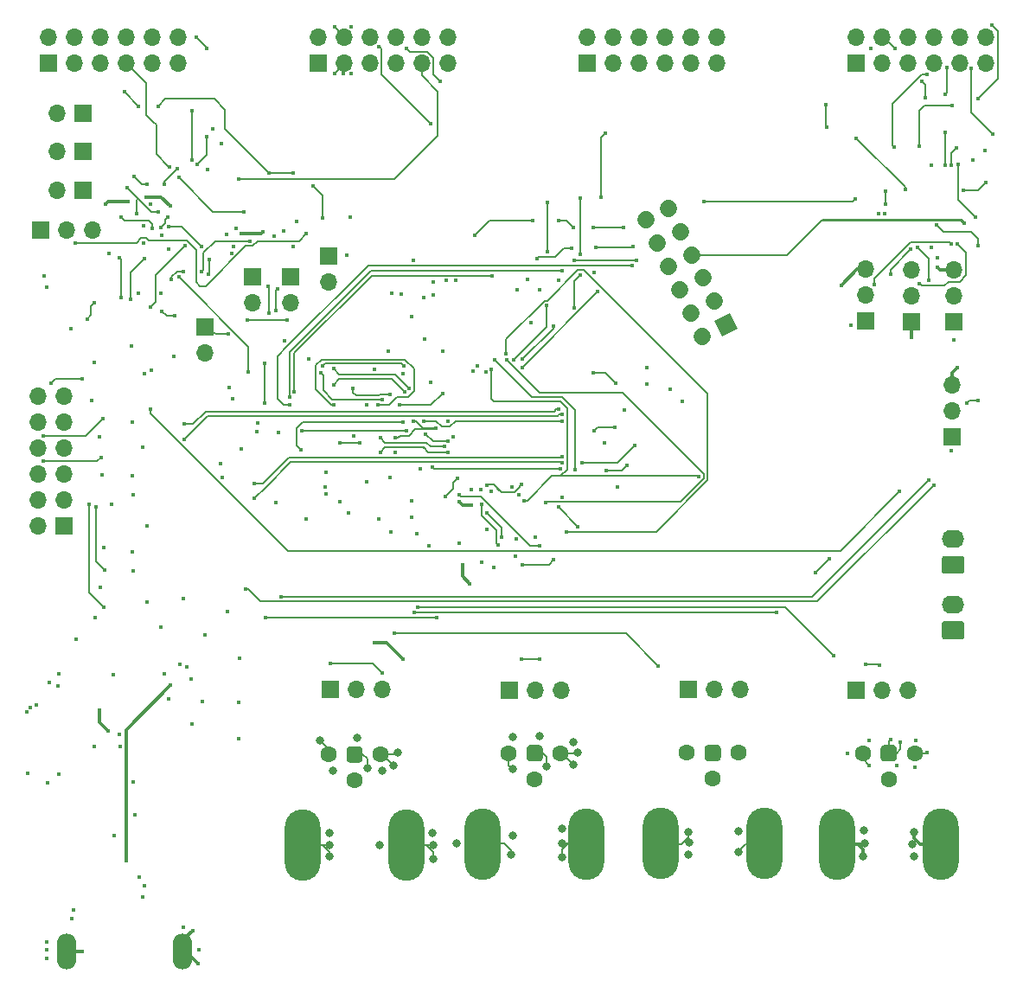
<source format=gbr>
G04 #@! TF.GenerationSoftware,KiCad,Pcbnew,5.1.5+dfsg1-2build2*
G04 #@! TF.CreationDate,2021-11-07T20:55:21-03:00*
G04 #@! TF.ProjectId,board_test,626f6172-645f-4746-9573-742e6b696361,rev?*
G04 #@! TF.SameCoordinates,Original*
G04 #@! TF.FileFunction,Copper,L4,Bot*
G04 #@! TF.FilePolarity,Positive*
%FSLAX46Y46*%
G04 Gerber Fmt 4.6, Leading zero omitted, Abs format (unit mm)*
G04 Created by KiCad (PCBNEW 5.1.5+dfsg1-2build2) date 2021-11-07 20:55:21*
%MOMM*%
%LPD*%
G04 APERTURE LIST*
%ADD10O,1.700000X1.700000*%
%ADD11R,1.700000X1.700000*%
%ADD12C,1.600000*%
%ADD13C,0.100000*%
%ADD14O,3.500000X7.000000*%
%ADD15C,1.700000*%
%ADD16O,1.900000X3.500000*%
%ADD17O,2.200000X1.740000*%
%ADD18C,0.400000*%
%ADD19C,0.800000*%
%ADD20C,0.200000*%
%ADD21C,0.300000*%
%ADD22C,0.250000*%
G04 APERTURE END LIST*
D10*
X200160000Y-21090000D03*
X200160000Y-23630000D03*
X197620000Y-21090000D03*
X197620000Y-23630000D03*
X195080000Y-21090000D03*
X195080000Y-23630000D03*
X192540000Y-21090000D03*
X192540000Y-23630000D03*
X190000000Y-21090000D03*
X190000000Y-23630000D03*
X187460000Y-21090000D03*
D11*
X187460000Y-23630000D03*
D12*
X240810000Y-91150000D03*
X243350000Y-93690000D03*
X245890000Y-91150000D03*
G04 #@! TA.AperFunction,ComponentPad*
D13*
G36*
X243789207Y-90351926D02*
G01*
X243828036Y-90357686D01*
X243866114Y-90367224D01*
X243903073Y-90380448D01*
X243938559Y-90397231D01*
X243972228Y-90417412D01*
X244003757Y-90440796D01*
X244032843Y-90467157D01*
X244059204Y-90496243D01*
X244082588Y-90527772D01*
X244102769Y-90561441D01*
X244119552Y-90596927D01*
X244132776Y-90633886D01*
X244142314Y-90671964D01*
X244148074Y-90710793D01*
X244150000Y-90750000D01*
X244150000Y-91550000D01*
X244148074Y-91589207D01*
X244142314Y-91628036D01*
X244132776Y-91666114D01*
X244119552Y-91703073D01*
X244102769Y-91738559D01*
X244082588Y-91772228D01*
X244059204Y-91803757D01*
X244032843Y-91832843D01*
X244003757Y-91859204D01*
X243972228Y-91882588D01*
X243938559Y-91902769D01*
X243903073Y-91919552D01*
X243866114Y-91932776D01*
X243828036Y-91942314D01*
X243789207Y-91948074D01*
X243750000Y-91950000D01*
X242950000Y-91950000D01*
X242910793Y-91948074D01*
X242871964Y-91942314D01*
X242833886Y-91932776D01*
X242796927Y-91919552D01*
X242761441Y-91902769D01*
X242727772Y-91882588D01*
X242696243Y-91859204D01*
X242667157Y-91832843D01*
X242640796Y-91803757D01*
X242617412Y-91772228D01*
X242597231Y-91738559D01*
X242580448Y-91703073D01*
X242567224Y-91666114D01*
X242557686Y-91628036D01*
X242551926Y-91589207D01*
X242550000Y-91550000D01*
X242550000Y-90750000D01*
X242551926Y-90710793D01*
X242557686Y-90671964D01*
X242567224Y-90633886D01*
X242580448Y-90596927D01*
X242597231Y-90561441D01*
X242617412Y-90527772D01*
X242640796Y-90496243D01*
X242667157Y-90467157D01*
X242696243Y-90440796D01*
X242727772Y-90417412D01*
X242761441Y-90397231D01*
X242796927Y-90380448D01*
X242833886Y-90367224D01*
X242871964Y-90357686D01*
X242910793Y-90351926D01*
X242950000Y-90350000D01*
X243750000Y-90350000D01*
X243789207Y-90351926D01*
G37*
G04 #@! TD.AperFunction*
D14*
X238270000Y-100040000D03*
X248430000Y-100040000D03*
D12*
X223570000Y-91140000D03*
X226110000Y-93680000D03*
X228650000Y-91140000D03*
G04 #@! TA.AperFunction,ComponentPad*
D13*
G36*
X226549207Y-90341926D02*
G01*
X226588036Y-90347686D01*
X226626114Y-90357224D01*
X226663073Y-90370448D01*
X226698559Y-90387231D01*
X226732228Y-90407412D01*
X226763757Y-90430796D01*
X226792843Y-90457157D01*
X226819204Y-90486243D01*
X226842588Y-90517772D01*
X226862769Y-90551441D01*
X226879552Y-90586927D01*
X226892776Y-90623886D01*
X226902314Y-90661964D01*
X226908074Y-90700793D01*
X226910000Y-90740000D01*
X226910000Y-91540000D01*
X226908074Y-91579207D01*
X226902314Y-91618036D01*
X226892776Y-91656114D01*
X226879552Y-91693073D01*
X226862769Y-91728559D01*
X226842588Y-91762228D01*
X226819204Y-91793757D01*
X226792843Y-91822843D01*
X226763757Y-91849204D01*
X226732228Y-91872588D01*
X226698559Y-91892769D01*
X226663073Y-91909552D01*
X226626114Y-91922776D01*
X226588036Y-91932314D01*
X226549207Y-91938074D01*
X226510000Y-91940000D01*
X225710000Y-91940000D01*
X225670793Y-91938074D01*
X225631964Y-91932314D01*
X225593886Y-91922776D01*
X225556927Y-91909552D01*
X225521441Y-91892769D01*
X225487772Y-91872588D01*
X225456243Y-91849204D01*
X225427157Y-91822843D01*
X225400796Y-91793757D01*
X225377412Y-91762228D01*
X225357231Y-91728559D01*
X225340448Y-91693073D01*
X225327224Y-91656114D01*
X225317686Y-91618036D01*
X225311926Y-91579207D01*
X225310000Y-91540000D01*
X225310000Y-90740000D01*
X225311926Y-90700793D01*
X225317686Y-90661964D01*
X225327224Y-90623886D01*
X225340448Y-90586927D01*
X225357231Y-90551441D01*
X225377412Y-90517772D01*
X225400796Y-90486243D01*
X225427157Y-90457157D01*
X225456243Y-90430796D01*
X225487772Y-90407412D01*
X225521441Y-90387231D01*
X225556927Y-90370448D01*
X225593886Y-90357224D01*
X225631964Y-90347686D01*
X225670793Y-90341926D01*
X225710000Y-90340000D01*
X226510000Y-90340000D01*
X226549207Y-90341926D01*
G37*
G04 #@! TD.AperFunction*
D14*
X221030000Y-100030000D03*
X231190000Y-100030000D03*
D15*
X219540000Y-38920000D02*
X219540000Y-38920000D01*
X221822936Y-37806538D02*
X221822936Y-37806538D01*
X220653462Y-41202937D02*
X220653462Y-41202937D01*
X222936399Y-40089474D02*
X222936399Y-40089474D01*
X221766925Y-43485874D02*
X221766925Y-43485874D01*
X224049862Y-42372411D02*
X224049862Y-42372411D01*
X222880388Y-45768811D02*
X222880388Y-45768811D01*
X225163325Y-44655348D02*
X225163325Y-44655348D01*
X223993850Y-48051748D02*
X223993850Y-48051748D01*
X226276787Y-46938285D02*
X226276787Y-46938285D01*
X225107313Y-50334685D02*
X225107313Y-50334685D01*
G04 #@! TA.AperFunction,ComponentPad*
D13*
G36*
X227781609Y-48084632D02*
G01*
X228526840Y-49612581D01*
X226998891Y-50357812D01*
X226253660Y-48829863D01*
X227781609Y-48084632D01*
G37*
G04 #@! TD.AperFunction*
D10*
X245570000Y-43840000D03*
X245570000Y-46380000D03*
D11*
X245570000Y-48920000D03*
X162560000Y-68950000D03*
D10*
X160020000Y-68950000D03*
X162560000Y-66410000D03*
X160020000Y-66410000D03*
X162560000Y-63870000D03*
X160020000Y-63870000D03*
X162560000Y-61330000D03*
X160020000Y-61330000D03*
X162560000Y-58790000D03*
X160020000Y-58790000D03*
X162560000Y-56250000D03*
X160020000Y-56250000D03*
X211310000Y-85000000D03*
X208770000Y-85000000D03*
D11*
X206230000Y-85000000D03*
D10*
X193740000Y-84940000D03*
X191200000Y-84940000D03*
D11*
X188660000Y-84940000D03*
D10*
X228810000Y-84950000D03*
X226270000Y-84950000D03*
D11*
X223730000Y-84950000D03*
D10*
X245270000Y-85030000D03*
X242730000Y-85030000D03*
D11*
X240190000Y-85030000D03*
D10*
X241070000Y-43810000D03*
X241070000Y-46350000D03*
D11*
X241070000Y-48890000D03*
D10*
X165390000Y-39940000D03*
X162850000Y-39940000D03*
D11*
X160310000Y-39940000D03*
D10*
X188490000Y-45060000D03*
D11*
X188490000Y-42520000D03*
D10*
X184790000Y-47050000D03*
D11*
X184790000Y-44510000D03*
D10*
X176380000Y-51980000D03*
D11*
X176380000Y-49440000D03*
D10*
X181060000Y-47030000D03*
D11*
X181060000Y-44490000D03*
D10*
X161890000Y-32240000D03*
D11*
X164430000Y-32240000D03*
D10*
X161910000Y-28560000D03*
D11*
X164450000Y-28560000D03*
D10*
X161880000Y-36030000D03*
D11*
X164420000Y-36030000D03*
D10*
X249570000Y-55090000D03*
X249570000Y-57630000D03*
D11*
X249570000Y-60170000D03*
D10*
X249760000Y-43850000D03*
X249760000Y-46390000D03*
D11*
X249760000Y-48930000D03*
D12*
X206150000Y-91150000D03*
X208690000Y-93690000D03*
X211230000Y-91150000D03*
G04 #@! TA.AperFunction,ComponentPad*
D13*
G36*
X209129207Y-90351926D02*
G01*
X209168036Y-90357686D01*
X209206114Y-90367224D01*
X209243073Y-90380448D01*
X209278559Y-90397231D01*
X209312228Y-90417412D01*
X209343757Y-90440796D01*
X209372843Y-90467157D01*
X209399204Y-90496243D01*
X209422588Y-90527772D01*
X209442769Y-90561441D01*
X209459552Y-90596927D01*
X209472776Y-90633886D01*
X209482314Y-90671964D01*
X209488074Y-90710793D01*
X209490000Y-90750000D01*
X209490000Y-91550000D01*
X209488074Y-91589207D01*
X209482314Y-91628036D01*
X209472776Y-91666114D01*
X209459552Y-91703073D01*
X209442769Y-91738559D01*
X209422588Y-91772228D01*
X209399204Y-91803757D01*
X209372843Y-91832843D01*
X209343757Y-91859204D01*
X209312228Y-91882588D01*
X209278559Y-91902769D01*
X209243073Y-91919552D01*
X209206114Y-91932776D01*
X209168036Y-91942314D01*
X209129207Y-91948074D01*
X209090000Y-91950000D01*
X208290000Y-91950000D01*
X208250793Y-91948074D01*
X208211964Y-91942314D01*
X208173886Y-91932776D01*
X208136927Y-91919552D01*
X208101441Y-91902769D01*
X208067772Y-91882588D01*
X208036243Y-91859204D01*
X208007157Y-91832843D01*
X207980796Y-91803757D01*
X207957412Y-91772228D01*
X207937231Y-91738559D01*
X207920448Y-91703073D01*
X207907224Y-91666114D01*
X207897686Y-91628036D01*
X207891926Y-91589207D01*
X207890000Y-91550000D01*
X207890000Y-90750000D01*
X207891926Y-90710793D01*
X207897686Y-90671964D01*
X207907224Y-90633886D01*
X207920448Y-90596927D01*
X207937231Y-90561441D01*
X207957412Y-90527772D01*
X207980796Y-90496243D01*
X208007157Y-90467157D01*
X208036243Y-90440796D01*
X208067772Y-90417412D01*
X208101441Y-90397231D01*
X208136927Y-90380448D01*
X208173886Y-90367224D01*
X208211964Y-90357686D01*
X208250793Y-90351926D01*
X208290000Y-90350000D01*
X209090000Y-90350000D01*
X209129207Y-90351926D01*
G37*
G04 #@! TD.AperFunction*
D14*
X203610000Y-100040000D03*
X213770000Y-100040000D03*
D12*
X188510000Y-91280000D03*
X191050000Y-93820000D03*
X193590000Y-91280000D03*
G04 #@! TA.AperFunction,ComponentPad*
D13*
G36*
X191489207Y-90481926D02*
G01*
X191528036Y-90487686D01*
X191566114Y-90497224D01*
X191603073Y-90510448D01*
X191638559Y-90527231D01*
X191672228Y-90547412D01*
X191703757Y-90570796D01*
X191732843Y-90597157D01*
X191759204Y-90626243D01*
X191782588Y-90657772D01*
X191802769Y-90691441D01*
X191819552Y-90726927D01*
X191832776Y-90763886D01*
X191842314Y-90801964D01*
X191848074Y-90840793D01*
X191850000Y-90880000D01*
X191850000Y-91680000D01*
X191848074Y-91719207D01*
X191842314Y-91758036D01*
X191832776Y-91796114D01*
X191819552Y-91833073D01*
X191802769Y-91868559D01*
X191782588Y-91902228D01*
X191759204Y-91933757D01*
X191732843Y-91962843D01*
X191703757Y-91989204D01*
X191672228Y-92012588D01*
X191638559Y-92032769D01*
X191603073Y-92049552D01*
X191566114Y-92062776D01*
X191528036Y-92072314D01*
X191489207Y-92078074D01*
X191450000Y-92080000D01*
X190650000Y-92080000D01*
X190610793Y-92078074D01*
X190571964Y-92072314D01*
X190533886Y-92062776D01*
X190496927Y-92049552D01*
X190461441Y-92032769D01*
X190427772Y-92012588D01*
X190396243Y-91989204D01*
X190367157Y-91962843D01*
X190340796Y-91933757D01*
X190317412Y-91902228D01*
X190297231Y-91868559D01*
X190280448Y-91833073D01*
X190267224Y-91796114D01*
X190257686Y-91758036D01*
X190251926Y-91719207D01*
X190250000Y-91680000D01*
X190250000Y-90880000D01*
X190251926Y-90840793D01*
X190257686Y-90801964D01*
X190267224Y-90763886D01*
X190280448Y-90726927D01*
X190297231Y-90691441D01*
X190317412Y-90657772D01*
X190340796Y-90626243D01*
X190367157Y-90597157D01*
X190396243Y-90570796D01*
X190427772Y-90547412D01*
X190461441Y-90527231D01*
X190496927Y-90510448D01*
X190533886Y-90497224D01*
X190571964Y-90487686D01*
X190610793Y-90481926D01*
X190650000Y-90480000D01*
X191450000Y-90480000D01*
X191489207Y-90481926D01*
G37*
G04 #@! TD.AperFunction*
D14*
X185970000Y-100170000D03*
X196130000Y-100170000D03*
D10*
X173810000Y-21100000D03*
X173810000Y-23640000D03*
X171270000Y-21100000D03*
X171270000Y-23640000D03*
X168730000Y-21100000D03*
X168730000Y-23640000D03*
X166190000Y-21100000D03*
X166190000Y-23640000D03*
X163650000Y-21100000D03*
X163650000Y-23640000D03*
X161110000Y-21100000D03*
D11*
X161110000Y-23640000D03*
D10*
X226530000Y-21090000D03*
X226530000Y-23630000D03*
X223990000Y-21090000D03*
X223990000Y-23630000D03*
X221450000Y-21090000D03*
X221450000Y-23630000D03*
X218910000Y-21090000D03*
X218910000Y-23630000D03*
X216370000Y-21090000D03*
X216370000Y-23630000D03*
X213830000Y-21090000D03*
D11*
X213830000Y-23630000D03*
D10*
X252890000Y-21080000D03*
X252890000Y-23620000D03*
X250350000Y-21080000D03*
X250350000Y-23620000D03*
X247810000Y-21080000D03*
X247810000Y-23620000D03*
X245270000Y-21080000D03*
X245270000Y-23620000D03*
X242730000Y-21080000D03*
X242730000Y-23620000D03*
X240190000Y-21080000D03*
D11*
X240190000Y-23620000D03*
D16*
X174230000Y-110570000D03*
X162830000Y-110570000D03*
G04 #@! TA.AperFunction,ComponentPad*
D13*
G36*
X250524505Y-78261204D02*
G01*
X250548773Y-78264804D01*
X250572572Y-78270765D01*
X250595671Y-78279030D01*
X250617850Y-78289520D01*
X250638893Y-78302132D01*
X250658599Y-78316747D01*
X250676777Y-78333223D01*
X250693253Y-78351401D01*
X250707868Y-78371107D01*
X250720480Y-78392150D01*
X250730970Y-78414329D01*
X250739235Y-78437428D01*
X250745196Y-78461227D01*
X250748796Y-78485495D01*
X250750000Y-78509999D01*
X250750000Y-79750001D01*
X250748796Y-79774505D01*
X250745196Y-79798773D01*
X250739235Y-79822572D01*
X250730970Y-79845671D01*
X250720480Y-79867850D01*
X250707868Y-79888893D01*
X250693253Y-79908599D01*
X250676777Y-79926777D01*
X250658599Y-79943253D01*
X250638893Y-79957868D01*
X250617850Y-79970480D01*
X250595671Y-79980970D01*
X250572572Y-79989235D01*
X250548773Y-79995196D01*
X250524505Y-79998796D01*
X250500001Y-80000000D01*
X248799999Y-80000000D01*
X248775495Y-79998796D01*
X248751227Y-79995196D01*
X248727428Y-79989235D01*
X248704329Y-79980970D01*
X248682150Y-79970480D01*
X248661107Y-79957868D01*
X248641401Y-79943253D01*
X248623223Y-79926777D01*
X248606747Y-79908599D01*
X248592132Y-79888893D01*
X248579520Y-79867850D01*
X248569030Y-79845671D01*
X248560765Y-79822572D01*
X248554804Y-79798773D01*
X248551204Y-79774505D01*
X248550000Y-79750001D01*
X248550000Y-78509999D01*
X248551204Y-78485495D01*
X248554804Y-78461227D01*
X248560765Y-78437428D01*
X248569030Y-78414329D01*
X248579520Y-78392150D01*
X248592132Y-78371107D01*
X248606747Y-78351401D01*
X248623223Y-78333223D01*
X248641401Y-78316747D01*
X248661107Y-78302132D01*
X248682150Y-78289520D01*
X248704329Y-78279030D01*
X248727428Y-78270765D01*
X248751227Y-78264804D01*
X248775495Y-78261204D01*
X248799999Y-78260000D01*
X250500001Y-78260000D01*
X250524505Y-78261204D01*
G37*
G04 #@! TD.AperFunction*
D17*
X249650000Y-76590000D03*
X249650000Y-70190000D03*
G04 #@! TA.AperFunction,ComponentPad*
D13*
G36*
X250524505Y-71861204D02*
G01*
X250548773Y-71864804D01*
X250572572Y-71870765D01*
X250595671Y-71879030D01*
X250617850Y-71889520D01*
X250638893Y-71902132D01*
X250658599Y-71916747D01*
X250676777Y-71933223D01*
X250693253Y-71951401D01*
X250707868Y-71971107D01*
X250720480Y-71992150D01*
X250730970Y-72014329D01*
X250739235Y-72037428D01*
X250745196Y-72061227D01*
X250748796Y-72085495D01*
X250750000Y-72109999D01*
X250750000Y-73350001D01*
X250748796Y-73374505D01*
X250745196Y-73398773D01*
X250739235Y-73422572D01*
X250730970Y-73445671D01*
X250720480Y-73467850D01*
X250707868Y-73488893D01*
X250693253Y-73508599D01*
X250676777Y-73526777D01*
X250658599Y-73543253D01*
X250638893Y-73557868D01*
X250617850Y-73570480D01*
X250595671Y-73580970D01*
X250572572Y-73589235D01*
X250548773Y-73595196D01*
X250524505Y-73598796D01*
X250500001Y-73600000D01*
X248799999Y-73600000D01*
X248775495Y-73598796D01*
X248751227Y-73595196D01*
X248727428Y-73589235D01*
X248704329Y-73580970D01*
X248682150Y-73570480D01*
X248661107Y-73557868D01*
X248641401Y-73543253D01*
X248623223Y-73526777D01*
X248606747Y-73508599D01*
X248592132Y-73488893D01*
X248579520Y-73467850D01*
X248569030Y-73445671D01*
X248560765Y-73422572D01*
X248554804Y-73398773D01*
X248551204Y-73374505D01*
X248550000Y-73350001D01*
X248550000Y-72109999D01*
X248551204Y-72085495D01*
X248554804Y-72061227D01*
X248560765Y-72037428D01*
X248569030Y-72014329D01*
X248579520Y-71992150D01*
X248592132Y-71971107D01*
X248606747Y-71951401D01*
X248623223Y-71933223D01*
X248641401Y-71916747D01*
X248661107Y-71902132D01*
X248682150Y-71889520D01*
X248704329Y-71879030D01*
X248727428Y-71870765D01*
X248751227Y-71864804D01*
X248775495Y-71861204D01*
X248799999Y-71860000D01*
X250500001Y-71860000D01*
X250524505Y-71861204D01*
G37*
G04 #@! TD.AperFunction*
D18*
X197270000Y-76860000D03*
X237980000Y-81610000D03*
X241090000Y-82420000D03*
X242410000Y-82550000D03*
X164340000Y-54550000D03*
X161360000Y-54910000D03*
X194923092Y-79433092D03*
X220760000Y-82620000D03*
X160560000Y-60130000D03*
X166420000Y-58430000D03*
X160580000Y-62580000D03*
X166200000Y-62230000D03*
X193740000Y-83290000D03*
X188650000Y-82410000D03*
X182300000Y-77890000D03*
X199070000Y-77860000D03*
X207400000Y-81920000D03*
X209133600Y-81950000D03*
X165730000Y-67090000D03*
X166570000Y-73250000D03*
X165040000Y-66780000D03*
X166490000Y-76850000D03*
X211036446Y-67086446D03*
X212920000Y-68970000D03*
X202440000Y-65350000D03*
X202350000Y-74590000D03*
X201623092Y-72733092D03*
X202440000Y-66920000D03*
X201260000Y-66510000D03*
X168670000Y-101700000D03*
X173050000Y-84530000D03*
X189600000Y-60800000D03*
X191580000Y-60805000D03*
X183330000Y-66595000D03*
X179960000Y-61375000D03*
X190910000Y-55495000D03*
X194500000Y-56020000D03*
X179080000Y-56450000D03*
X172880000Y-85880000D03*
X180839540Y-41021279D03*
X176052291Y-44055010D03*
X174260000Y-43990000D03*
X173120000Y-44790000D03*
X187900000Y-38740000D03*
X182699998Y-34390000D03*
X169880000Y-27820000D03*
X171830000Y-27810000D03*
X168500000Y-26410000D03*
X185020000Y-34390000D03*
X186970000Y-35650000D03*
X180660000Y-53875000D03*
X173824936Y-44554106D03*
X168190000Y-38690000D03*
X171250000Y-39820000D03*
X172100000Y-39690000D03*
X172800000Y-38650000D03*
X168742696Y-35772696D03*
X171820000Y-38150000D03*
X169730000Y-38324999D03*
X165600000Y-47080000D03*
X164850000Y-48670000D03*
X168160000Y-46530000D03*
X168040000Y-42630000D03*
X174420000Y-41520000D03*
X171080000Y-47500000D03*
X173410000Y-48340000D03*
X172200000Y-47880000D03*
X169110000Y-46700000D03*
X170505000Y-42750000D03*
X205950000Y-52640000D03*
X209750000Y-66630000D03*
X205427501Y-70000000D03*
X203990000Y-67660000D03*
X207664990Y-66470000D03*
X224730000Y-64050000D03*
X204460000Y-53610000D03*
X205860000Y-52030000D03*
X203460000Y-66830000D03*
X205110000Y-70770000D03*
X207490000Y-72730000D03*
X210560000Y-72230000D03*
X211820000Y-69470000D03*
X201284065Y-65850569D03*
X204760000Y-52630000D03*
X212650910Y-63390910D03*
X209199090Y-70889090D03*
X200660000Y-60180000D03*
X196630000Y-66480000D03*
X213290910Y-62750910D03*
X218440000Y-61070000D03*
X195020000Y-60270000D03*
X198990000Y-59339251D03*
X199710000Y-55920000D03*
X195420000Y-57100000D03*
X196800000Y-58655000D03*
X215660000Y-63530000D03*
X217740000Y-62970000D03*
X200150000Y-58680000D03*
X197480000Y-63340000D03*
X214390000Y-53940000D03*
X216622500Y-54970000D03*
X171080000Y-57450000D03*
X244419999Y-65570001D03*
X245520000Y-41830000D03*
X243530000Y-44270000D03*
X196905153Y-77360000D03*
X232330000Y-77370000D03*
X236190000Y-73480000D03*
X237570000Y-72110000D03*
X246160000Y-41670000D03*
X247230000Y-44910000D03*
X183810000Y-75820000D03*
X247269999Y-64400001D03*
X247800000Y-64900000D03*
X180350000Y-75120000D03*
X240070000Y-36940000D03*
X225260000Y-37200000D03*
X249500000Y-41350000D03*
X241920000Y-45330000D03*
X246350000Y-45190000D03*
X250100000Y-41350000D03*
X250710000Y-39240000D03*
X249470000Y-33650000D03*
X249960000Y-31910000D03*
X248850000Y-33650000D03*
X248890000Y-30420000D03*
X249070000Y-24020000D03*
X248890000Y-26680000D03*
X246339999Y-31783151D03*
X252080000Y-27090000D03*
X249530000Y-27790000D03*
X253442001Y-19929999D03*
X247494870Y-33645130D03*
X246600000Y-25430000D03*
X246910000Y-26970000D03*
X251420000Y-24150000D03*
X250640000Y-36060000D03*
X252850000Y-35330000D03*
X253510000Y-30550000D03*
X243900000Y-31870000D03*
X247120000Y-24700000D03*
X244990000Y-35950000D03*
X240140000Y-30980000D03*
X237150000Y-27720000D03*
X237299989Y-29849989D03*
X243050000Y-36120000D03*
X243010000Y-37420000D03*
X248030000Y-39430000D03*
X252080000Y-41480000D03*
X252050010Y-56640000D03*
X250990000Y-56860000D03*
X177990000Y-31470000D03*
X214478555Y-44141445D03*
X200980000Y-44910000D03*
X196780000Y-42910000D03*
X198740000Y-45040000D03*
X165560000Y-52910000D03*
X165310000Y-56620000D03*
X166090000Y-60200000D03*
X166310000Y-63950000D03*
X167270000Y-66770000D03*
X166480000Y-71010000D03*
X166180000Y-74890000D03*
X165640000Y-77890000D03*
X242360000Y-38379999D03*
X242950000Y-38379999D03*
X251610000Y-33090000D03*
X179680000Y-34980000D03*
X193450000Y-21979999D03*
X198510000Y-29580000D03*
X199440000Y-25380000D03*
X196120000Y-22160000D03*
X212576446Y-47576446D03*
X213140000Y-44360000D03*
X213150000Y-42370000D03*
X213150000Y-36800000D03*
X214870000Y-45980000D03*
X207440000Y-53420000D03*
X210490000Y-49350000D03*
X207490000Y-52610000D03*
X209910000Y-42080000D03*
X209880000Y-47360000D03*
X206666446Y-52626446D03*
X209910000Y-37290000D03*
X215190000Y-36700000D03*
X215600000Y-30490000D03*
X175670000Y-33530000D03*
X176610000Y-22220000D03*
X175580000Y-21080000D03*
X176610000Y-30780000D03*
X175130000Y-33070000D03*
X175130000Y-28300000D03*
X173728554Y-33911446D03*
X172390000Y-35490000D03*
X170730000Y-35470000D03*
X169440000Y-34690000D03*
X180230000Y-38150000D03*
X173840000Y-34800000D03*
X172890000Y-33780000D03*
X184720000Y-57060000D03*
X218210000Y-43410000D03*
X211400000Y-43910000D03*
X212570000Y-42910000D03*
X218629999Y-42909999D03*
X184660000Y-56300000D03*
X185160000Y-55810000D03*
X204470000Y-44410000D03*
X208870000Y-42730000D03*
X212300000Y-41710000D03*
X214660000Y-41650000D03*
X218290000Y-41570000D03*
X202820000Y-40470000D03*
X208530000Y-39030000D03*
X211060000Y-39070000D03*
X212460000Y-39700000D03*
X214450000Y-39730000D03*
X217370000Y-39710000D03*
X182630000Y-48080000D03*
X182610000Y-45450000D03*
X184420000Y-48740000D03*
X180590000Y-48780000D03*
X178721861Y-50158139D03*
X183320000Y-47870000D03*
X183490000Y-45730000D03*
X186330000Y-40340000D03*
X163740000Y-41200000D03*
X182200000Y-53020000D03*
X182210000Y-56910000D03*
X185870000Y-59580000D03*
X196100000Y-59580000D03*
X200200000Y-60660000D03*
X197971445Y-59920000D03*
X211159102Y-63327081D03*
X198660000Y-63155000D03*
X197780000Y-58655000D03*
X193740000Y-56520000D03*
X187750000Y-53960000D03*
X211350001Y-58658558D03*
X195850000Y-53230000D03*
X187920000Y-53260000D03*
X189050000Y-57060000D03*
X193360000Y-57090000D03*
X214479999Y-59616523D03*
X216525000Y-59280000D03*
X195770000Y-58760000D03*
X185780000Y-61490000D03*
X199937500Y-66070000D03*
X201130000Y-64250000D03*
X196600000Y-48440000D03*
X204015844Y-64941461D03*
X207410728Y-64829856D03*
X179750000Y-81860000D03*
X206850000Y-70200000D03*
X208714990Y-70040000D03*
X206450000Y-65100000D03*
X217500000Y-57540000D03*
X203911711Y-53853684D03*
X194350000Y-51840000D03*
X196630000Y-68055000D03*
X211340000Y-62105000D03*
X181210000Y-64747500D03*
X211340000Y-62755000D03*
X181230000Y-66220000D03*
X174380000Y-58917500D03*
X211042388Y-57520000D03*
X174350000Y-60452500D03*
X211350001Y-58035146D03*
X189010000Y-55080000D03*
X195928556Y-55821137D03*
X189000000Y-53547500D03*
X196400000Y-55450000D03*
X200180000Y-61680000D03*
X193550000Y-61705000D03*
X193550000Y-60317500D03*
X199821643Y-61160000D03*
X172880000Y-39650000D03*
X176030000Y-41590000D03*
X176860000Y-42820000D03*
X176720000Y-44290000D03*
X166070000Y-86980000D03*
X166900000Y-89000000D03*
X176390000Y-79590000D03*
X186560000Y-52575000D03*
X172440000Y-83420000D03*
X176630000Y-34030000D03*
X178540000Y-40370000D03*
X179020000Y-42230000D03*
X185340000Y-39150000D03*
X169850000Y-46160000D03*
X172060000Y-46150000D03*
X249750000Y-50680000D03*
X247520000Y-41690000D03*
X208010000Y-44810000D03*
X209150000Y-45790000D03*
X206960000Y-45790000D03*
X189140000Y-20070000D03*
X190690000Y-20040000D03*
X189140000Y-24610000D03*
X190750000Y-24610000D03*
X189970000Y-24610000D03*
X162020000Y-84610000D03*
X167400000Y-83450000D03*
X168060000Y-89300000D03*
X176170000Y-86090000D03*
X169990000Y-103270000D03*
X170440000Y-104110000D03*
X170340000Y-105200000D03*
X167510000Y-99240000D03*
X169570000Y-97180000D03*
X169410000Y-93940000D03*
X163800000Y-79980000D03*
X175140000Y-88300000D03*
X246020000Y-89910000D03*
X247130000Y-91100000D03*
X245900000Y-92560000D03*
X243520000Y-89850000D03*
X244140000Y-92340000D03*
X244510000Y-90090000D03*
X241420000Y-89950000D03*
X241460000Y-92380000D03*
X239300000Y-91180000D03*
D19*
X228670000Y-98790000D03*
X228680000Y-100810000D03*
X223810000Y-99940000D03*
X223720000Y-98860000D03*
X223730000Y-101100000D03*
X212890000Y-91090000D03*
X212490000Y-90100000D03*
X212470000Y-92270000D03*
X209190000Y-89490000D03*
X209870000Y-92480000D03*
X206520000Y-89550000D03*
X206540000Y-92730000D03*
X206560000Y-99260000D03*
X206380000Y-101080000D03*
X201000000Y-100030000D03*
X211350000Y-100000000D03*
X211370000Y-98590000D03*
X211370000Y-101320000D03*
X198730000Y-100140000D03*
X198700000Y-98950000D03*
X198710000Y-101490000D03*
X193490000Y-100150000D03*
X188590000Y-100180000D03*
X188570000Y-99010000D03*
X188570000Y-101290000D03*
X194820000Y-92360000D03*
X193780000Y-92900000D03*
X195240000Y-91090000D03*
X191310000Y-89620000D03*
X192280000Y-92580000D03*
X188920000Y-92900000D03*
X187630000Y-89910000D03*
D18*
X184110000Y-40040000D03*
X185050000Y-41560000D03*
X183150000Y-40510000D03*
X168075000Y-90505000D03*
X165540000Y-90480000D03*
X162120000Y-93200000D03*
X160990000Y-94100000D03*
X159050000Y-93140000D03*
X161180000Y-84200000D03*
X160930000Y-110400000D03*
X160930000Y-111280000D03*
X160920000Y-109650000D03*
X164360000Y-110570000D03*
X174250000Y-108170000D03*
X175180000Y-108520000D03*
X175780000Y-110380000D03*
X175730000Y-111790000D03*
X211050000Y-44880000D03*
X208310000Y-48980000D03*
X179210000Y-41550000D03*
X163360000Y-107340000D03*
X163540000Y-106490000D03*
X173960000Y-82460000D03*
X174660000Y-82720000D03*
X162120000Y-83410000D03*
X172040000Y-78860000D03*
X202650000Y-53750000D03*
X203050000Y-53240000D03*
X204020000Y-69250000D03*
X201250000Y-70600000D03*
X190430000Y-67630000D03*
X189610000Y-66560000D03*
X193460000Y-68250000D03*
X194610000Y-69490000D03*
X197140000Y-69660000D03*
X198330000Y-70840000D03*
X197900000Y-50630000D03*
X199680000Y-51800000D03*
X198720000Y-46340000D03*
X197850000Y-46600000D03*
X195620000Y-46220000D03*
X192200000Y-57070000D03*
X190970000Y-60080000D03*
X177200000Y-30060000D03*
X190630000Y-38710000D03*
X186280000Y-68200000D03*
X177900000Y-62850000D03*
X178800000Y-55380000D03*
X175080000Y-83940000D03*
X200020000Y-44910000D03*
X194650000Y-46110000D03*
X219630000Y-54990000D03*
X219700000Y-53420000D03*
X221910000Y-55580000D03*
X223160000Y-56710000D03*
X216810000Y-65070000D03*
X163300000Y-49570000D03*
X166960000Y-42280000D03*
X172860000Y-41800000D03*
X171066531Y-37392623D03*
X179480000Y-39830000D03*
X252760000Y-32130000D03*
X211370000Y-66086445D03*
X203440000Y-65340000D03*
X204440000Y-65530000D03*
X207108555Y-65888555D03*
X204710000Y-72970000D03*
X203455910Y-72455910D03*
X206820000Y-71910000D03*
X173380000Y-52280000D03*
X169210000Y-51290000D03*
X171120000Y-53700000D03*
X170480000Y-54030000D03*
X169290000Y-58720000D03*
X169290000Y-63990000D03*
X170330000Y-61250000D03*
X169410000Y-65840000D03*
X170700000Y-68950000D03*
X169290000Y-71450000D03*
X169350000Y-73360000D03*
X170740000Y-76330000D03*
X239640000Y-49260000D03*
X245570000Y-50490000D03*
X249450000Y-61560000D03*
X243970000Y-22220000D03*
X241610000Y-22190000D03*
X215520000Y-60820000D03*
D19*
X245670000Y-100080000D03*
X245820000Y-98920000D03*
X245830000Y-101250000D03*
X240960000Y-100030000D03*
X240940000Y-98740000D03*
X240870000Y-101300000D03*
D18*
X170380000Y-41250000D03*
X172200000Y-40480000D03*
X184150000Y-50810000D03*
X190260000Y-42450000D03*
X170360000Y-39519999D03*
X195050000Y-61700000D03*
X198470000Y-54900000D03*
X178600000Y-77260000D03*
X166670000Y-37440000D03*
X159880000Y-86460000D03*
X158920000Y-87150000D03*
X159280000Y-86660000D03*
X182050000Y-40120000D03*
X179990000Y-40280000D03*
X248090000Y-43610000D03*
X173020000Y-37620000D03*
X170660000Y-36710000D03*
X168890000Y-37200000D03*
X188190000Y-65070000D03*
X188250000Y-65780000D03*
X188264234Y-63665766D03*
X192977500Y-53593750D03*
X174270000Y-76050000D03*
X181560000Y-58810000D03*
X181520000Y-59650000D03*
X178077303Y-64212697D03*
X160880000Y-45550000D03*
X160680000Y-44440000D03*
X248090000Y-42710000D03*
X238710000Y-45350000D03*
X250040000Y-53420000D03*
X179680000Y-86150000D03*
X179660000Y-89750000D03*
X179660000Y-89750000D03*
X193000000Y-80370000D03*
X195810000Y-81960000D03*
X195770000Y-54000000D03*
X183590000Y-59750000D03*
X194490000Y-64210000D03*
X192270000Y-64630000D03*
X251860000Y-38680000D03*
X250140000Y-33490000D03*
D20*
X233230000Y-76860000D02*
X237980000Y-81610000D01*
X197270000Y-76860000D02*
X233230000Y-76860000D01*
X242280000Y-82420000D02*
X242410000Y-82550000D01*
X241090000Y-82420000D02*
X242280000Y-82420000D01*
X161720000Y-54550000D02*
X161360000Y-54910000D01*
X164340000Y-54550000D02*
X161720000Y-54550000D01*
X194923092Y-79433092D02*
X217603102Y-79433092D01*
X217603102Y-79433092D02*
X220760000Y-82620000D01*
X164720000Y-60130000D02*
X166420000Y-58430000D01*
X160560000Y-60130000D02*
X164720000Y-60130000D01*
X165850000Y-62580000D02*
X166200000Y-62230000D01*
X160580000Y-62580000D02*
X165850000Y-62580000D01*
X192860000Y-82410000D02*
X188650000Y-82410000D01*
X193740000Y-83290000D02*
X192860000Y-82410000D01*
X199040000Y-77890000D02*
X199070000Y-77860000D01*
X182300000Y-77890000D02*
X199040000Y-77890000D01*
X209103600Y-81920000D02*
X209133600Y-81950000D01*
X207400000Y-81920000D02*
X209103600Y-81920000D01*
X165730000Y-72410000D02*
X166570000Y-73250000D01*
X165730000Y-67090000D02*
X165730000Y-72410000D01*
X165040000Y-75400000D02*
X166490000Y-76850000D01*
X165040000Y-66780000D02*
X165040000Y-75400000D01*
X211036446Y-67086446D02*
X212920000Y-68970000D01*
X202350000Y-74590000D02*
X202350000Y-74580000D01*
D21*
X201623092Y-73863092D02*
X202350000Y-74590000D01*
X201623092Y-72733092D02*
X201623092Y-73863092D01*
X201670000Y-66920000D02*
X201260000Y-66510000D01*
X202440000Y-66920000D02*
X201670000Y-66920000D01*
X168670000Y-88910000D02*
X173050000Y-84530000D01*
X168670000Y-101700000D02*
X168670000Y-99080000D01*
X168670000Y-99080000D02*
X168670000Y-88910000D01*
D20*
X191575000Y-60800000D02*
X191580000Y-60805000D01*
X189600000Y-60800000D02*
X191575000Y-60800000D01*
X190910000Y-55845000D02*
X191184990Y-56119990D01*
X190910000Y-55495000D02*
X190910000Y-55845000D01*
X191184990Y-56119990D02*
X193430000Y-56119990D01*
X193529990Y-56020000D02*
X193430000Y-56119990D01*
X194500000Y-56020000D02*
X193529990Y-56020000D01*
X177388721Y-41021279D02*
X180839540Y-41021279D01*
X176269999Y-42140001D02*
X177388721Y-41021279D01*
X176269999Y-43837302D02*
X176269999Y-42140001D01*
X176052291Y-44055010D02*
X176269999Y-43837302D01*
X173120000Y-44519040D02*
X173120000Y-44790000D01*
X173649040Y-43990000D02*
X173120000Y-44519040D01*
X174260000Y-43990000D02*
X173649040Y-43990000D01*
X187900000Y-36580000D02*
X187900000Y-38740000D01*
X168500000Y-26440000D02*
X169880000Y-27820000D01*
X172510002Y-27129998D02*
X177320001Y-27129998D01*
X178360000Y-28169997D02*
X178360000Y-30050002D01*
X171830000Y-27810000D02*
X172510002Y-27129998D01*
X178360000Y-30050002D02*
X182699998Y-34390000D01*
X177320001Y-27129998D02*
X178360000Y-28169997D01*
X168500000Y-26410000D02*
X168500000Y-26440000D01*
X185020000Y-34390000D02*
X182699998Y-34390000D01*
X186970000Y-35650000D02*
X187900000Y-36580000D01*
X173824936Y-44554106D02*
X180660000Y-51389170D01*
X180660000Y-51389170D02*
X180660000Y-53875000D01*
X171250000Y-39359998D02*
X171250000Y-39820000D01*
X170910001Y-39019999D02*
X171250000Y-39359998D01*
X168519999Y-39019999D02*
X170910001Y-39019999D01*
X168190000Y-38690000D02*
X168519999Y-39019999D01*
X172530000Y-39260000D02*
X172100000Y-39690000D01*
X172530000Y-38920000D02*
X172800000Y-38650000D01*
X172530000Y-39260000D02*
X172530000Y-38920000D01*
X171820000Y-38150000D02*
X171120000Y-38150000D01*
X169730000Y-37010000D02*
X169850000Y-36890000D01*
X169730000Y-38324999D02*
X169730000Y-37010000D01*
X169850000Y-36890000D02*
X168742696Y-35772696D01*
X171120000Y-38150000D02*
X169850000Y-36890000D01*
X165600000Y-47080000D02*
X165250000Y-47430000D01*
X165250000Y-48270000D02*
X164850000Y-48670000D01*
X165250000Y-47430000D02*
X165250000Y-48270000D01*
X168160000Y-42750000D02*
X168040000Y-42630000D01*
X168160000Y-46530000D02*
X168160000Y-42750000D01*
X171559999Y-47020001D02*
X171080000Y-47500000D01*
X171559999Y-44380001D02*
X171559999Y-47020001D01*
X174420000Y-41520000D02*
X171559999Y-44380001D01*
X172660000Y-48340000D02*
X172200000Y-47880000D01*
X173410000Y-48340000D02*
X172660000Y-48340000D01*
X169110000Y-44145000D02*
X170505000Y-42750000D01*
X169110000Y-46700000D02*
X169110000Y-44145000D01*
X222933557Y-66586445D02*
X209793555Y-66586445D01*
X225230001Y-63809999D02*
X225230001Y-64290001D01*
X217309982Y-55889980D02*
X225230001Y-63809999D01*
X209793555Y-66586445D02*
X209750000Y-66630000D01*
X225230001Y-64290001D02*
X222933557Y-66586445D01*
X209199980Y-55889980D02*
X217309982Y-55889980D01*
X205950000Y-52640000D02*
X209199980Y-55889980D01*
X205427501Y-69097501D02*
X203990000Y-67660000D01*
X205427501Y-70000000D02*
X205427501Y-69097501D01*
X207947832Y-66470000D02*
X210387832Y-64030000D01*
X207664990Y-66470000D02*
X207947832Y-66470000D01*
X224710000Y-64030000D02*
X224730000Y-64050000D01*
X224030000Y-64030000D02*
X224710000Y-64030000D01*
X224030000Y-64030000D02*
X224140000Y-64030000D01*
X211850001Y-57364999D02*
X211175002Y-56690000D01*
X211850001Y-63376184D02*
X211850001Y-57364999D01*
X211196185Y-64030000D02*
X211850001Y-63376184D01*
X210610000Y-64030000D02*
X211196185Y-64030000D01*
X210387832Y-64030000D02*
X210610000Y-64030000D01*
X210610000Y-64030000D02*
X224030000Y-64030000D01*
X211175002Y-56690000D02*
X204670000Y-56690000D01*
X204670000Y-56690000D02*
X204460000Y-56480000D01*
X204460000Y-56480000D02*
X204460000Y-53610000D01*
X225630011Y-64455690D02*
X220615700Y-69470001D01*
X225630011Y-56000009D02*
X225630011Y-64455690D01*
X213490001Y-43859999D02*
X225630011Y-56000009D01*
X212899999Y-43859999D02*
X213490001Y-43859999D01*
X209899999Y-46859999D02*
X212899999Y-43859999D01*
X209639999Y-46859999D02*
X209899999Y-46859999D01*
X205860000Y-50639998D02*
X209639999Y-46859999D01*
X205860000Y-52030000D02*
X205860000Y-50639998D01*
X204927500Y-70587500D02*
X205110000Y-70770000D01*
X204927500Y-69337502D02*
X204927500Y-70587500D01*
X203460000Y-67870002D02*
X204927500Y-69337502D01*
X203460000Y-66830000D02*
X203460000Y-67870002D01*
X210060000Y-72730000D02*
X210560000Y-72230000D01*
X207490000Y-72730000D02*
X210060000Y-72730000D01*
X220615700Y-69470001D02*
X211820000Y-69470000D01*
X201484064Y-66050568D02*
X203430568Y-66050568D01*
X212650910Y-57600209D02*
X212650910Y-63390910D01*
X203430568Y-66050568D02*
X208269090Y-70889090D01*
X201284065Y-65850569D02*
X201484064Y-66050568D01*
X211340691Y-56289990D02*
X212650910Y-57600209D01*
X204760000Y-52630000D02*
X208419990Y-56289990D01*
X208419990Y-56289990D02*
X211340691Y-56289990D01*
X208269090Y-70889090D02*
X209199090Y-70889090D01*
X216759090Y-62750910D02*
X218440000Y-61070000D01*
X213290910Y-62750910D02*
X216759090Y-62750910D01*
X195492841Y-60080001D02*
X196340001Y-60080001D01*
X195302842Y-60270000D02*
X195492841Y-60080001D01*
X195020000Y-60270000D02*
X195302842Y-60270000D01*
X196340001Y-60080001D02*
X197000002Y-59420000D01*
X198909251Y-59420000D02*
X198990000Y-59339251D01*
X197000002Y-59420000D02*
X198909251Y-59420000D01*
X198530000Y-57100000D02*
X195420000Y-57100000D01*
X199710000Y-55920000D02*
X198530000Y-57100000D01*
X198707158Y-59339251D02*
X198990000Y-59339251D01*
X197724249Y-59339251D02*
X198707158Y-59339251D01*
X197039998Y-58655000D02*
X197724249Y-59339251D01*
X196800000Y-58655000D02*
X197039998Y-58655000D01*
X217180000Y-63530000D02*
X217740000Y-62970000D01*
X215660000Y-63530000D02*
X217180000Y-63530000D01*
X215592500Y-53940000D02*
X216622500Y-54970000D01*
X214390000Y-53940000D02*
X215592500Y-53940000D01*
X238600909Y-71389091D02*
X244419999Y-65570001D01*
X184546589Y-71389091D02*
X238600909Y-71389091D01*
X171080000Y-57922502D02*
X184546589Y-71389091D01*
X171080000Y-57450000D02*
X171080000Y-57922502D01*
X243530000Y-43820000D02*
X243530000Y-44270000D01*
X245520000Y-41830000D02*
X243530000Y-43820000D01*
X232320000Y-77360000D02*
X232330000Y-77370000D01*
X196905153Y-77360000D02*
X232320000Y-77360000D01*
X236200000Y-73480000D02*
X237570000Y-72110000D01*
X236190000Y-73480000D02*
X236200000Y-73480000D01*
X247230000Y-42740000D02*
X247230000Y-44910000D01*
X246160000Y-41670000D02*
X247230000Y-42740000D01*
X235850000Y-75820000D02*
X247269999Y-64400001D01*
X183810000Y-75820000D02*
X235850000Y-75820000D01*
X236379999Y-76320001D02*
X247800000Y-64900000D01*
X181832843Y-76320001D02*
X236379999Y-76320001D01*
X180632842Y-75120000D02*
X181832843Y-76320001D01*
X180350000Y-75120000D02*
X180632842Y-75120000D01*
X239810000Y-37200000D02*
X225260000Y-37200000D01*
X240070000Y-36940000D02*
X239810000Y-37200000D01*
X241920000Y-44689998D02*
X241920000Y-45330000D01*
X245459997Y-41150001D02*
X241920000Y-44689998D01*
X249300001Y-41150001D02*
X245459997Y-41150001D01*
X249500000Y-41350000D02*
X249300001Y-41150001D01*
X250910001Y-44402001D02*
X250910001Y-42160001D01*
X250312001Y-45000001D02*
X250910001Y-44402001D01*
X248797999Y-45410001D02*
X249207999Y-45000001D01*
X250910001Y-42160001D02*
X250100000Y-41350000D01*
X249207999Y-45000001D02*
X250312001Y-45000001D01*
X246570001Y-45410001D02*
X248797999Y-45410001D01*
X246350000Y-45190000D02*
X246570001Y-45410001D01*
D22*
X250374999Y-38904999D02*
X250710000Y-39240000D01*
X236833202Y-38904999D02*
X250374999Y-38904999D01*
D20*
X233365790Y-42372411D02*
X236833202Y-38904999D01*
X224049862Y-42372411D02*
X233365790Y-42372411D01*
X249470000Y-32400000D02*
X249960000Y-31910000D01*
X249470000Y-33650000D02*
X249470000Y-32400000D01*
X248850000Y-30460000D02*
X248890000Y-30420000D01*
X248850000Y-33650000D02*
X248850000Y-30460000D01*
X249070000Y-26500000D02*
X248890000Y-26680000D01*
X249070000Y-24020000D02*
X249070000Y-26500000D01*
X246339999Y-31783151D02*
X246339999Y-28310001D01*
X246860000Y-27790000D02*
X246339999Y-28310001D01*
X249530000Y-27790000D02*
X246860000Y-27790000D01*
X254040001Y-25129999D02*
X254040001Y-20527999D01*
X254040001Y-20527999D02*
X253442001Y-19929999D01*
X252080000Y-27090000D02*
X254040001Y-25129999D01*
X246910000Y-25740000D02*
X246600000Y-25430000D01*
X246910000Y-26970000D02*
X246910000Y-25740000D01*
X252120000Y-36060000D02*
X252850000Y-35330000D01*
X250640000Y-36060000D02*
X252120000Y-36060000D01*
X251420000Y-28460000D02*
X251420000Y-24150000D01*
X253510000Y-30550000D02*
X251420000Y-28460000D01*
X246589998Y-24700000D02*
X247120000Y-24700000D01*
X243700001Y-27589997D02*
X246589998Y-24700000D01*
X243700001Y-31670001D02*
X243700001Y-27589997D01*
X243900000Y-31870000D02*
X243700001Y-31670001D01*
X244990000Y-35760000D02*
X244990000Y-35950000D01*
X240140000Y-30980000D02*
X244990000Y-35760000D01*
X237150000Y-29700000D02*
X237299989Y-29849989D01*
X237150000Y-27720000D02*
X237150000Y-29700000D01*
X243050000Y-37380000D02*
X243010000Y-37420000D01*
X243050000Y-36120000D02*
X243050000Y-37380000D01*
X248030000Y-39430000D02*
X248700000Y-40100000D01*
X248700000Y-40100000D02*
X251380000Y-40100000D01*
X252080000Y-40800000D02*
X252080000Y-41480000D01*
X251380000Y-40100000D02*
X252080000Y-40800000D01*
X251210000Y-56640000D02*
X250990000Y-56860000D01*
X252050010Y-56640000D02*
X251210000Y-56640000D01*
X197620000Y-24832081D02*
X197620000Y-23630000D01*
X199170000Y-26382081D02*
X197620000Y-24832081D01*
X199170000Y-30742002D02*
X199170000Y-26382081D01*
X194932002Y-34980000D02*
X199170000Y-30742002D01*
X179680000Y-34980000D02*
X194932002Y-34980000D01*
X193690001Y-22220000D02*
X193450000Y-21979999D01*
X193690001Y-24760001D02*
X193690001Y-22220000D01*
X194750000Y-25820000D02*
X193690001Y-24760001D01*
X194750000Y-25820000D02*
X198510000Y-29580000D01*
X196439999Y-22479999D02*
X196120000Y-22160000D01*
X198172001Y-22479999D02*
X196439999Y-22479999D01*
X198770001Y-23077999D02*
X198172001Y-22479999D01*
X198770001Y-24710001D02*
X198770001Y-23077999D01*
X199440000Y-25380000D02*
X198770001Y-24710001D01*
X213140000Y-44360000D02*
X212576446Y-44923554D01*
X212576446Y-44923554D02*
X212576446Y-47576446D01*
X213150000Y-36800000D02*
X213150000Y-42370000D01*
X207440000Y-53420000D02*
X214870000Y-45990000D01*
X214870000Y-45990000D02*
X214870000Y-45980000D01*
X207490000Y-52610000D02*
X210490000Y-49610000D01*
X210490000Y-49610000D02*
X210490000Y-49350000D01*
X209910000Y-37290000D02*
X209910000Y-42080000D01*
X209872892Y-49420000D02*
X209872892Y-47367108D01*
X209872892Y-47367108D02*
X209880000Y-47360000D01*
X206666446Y-52626446D02*
X209872892Y-49420000D01*
X215600000Y-30490000D02*
X215190000Y-30900000D01*
X215190000Y-30900000D02*
X215190000Y-36700000D01*
X175670000Y-33530000D02*
X176580000Y-32620000D01*
X176610000Y-22110000D02*
X175580000Y-21080000D01*
X176610000Y-22220000D02*
X176610000Y-22110000D01*
X176610000Y-32590000D02*
X176580000Y-32620000D01*
X176610000Y-30780000D02*
X176610000Y-32590000D01*
X175130000Y-28300000D02*
X175130000Y-33070000D01*
X172390000Y-35250000D02*
X172390000Y-35490000D01*
X173728554Y-33911446D02*
X172390000Y-35250000D01*
X170220000Y-35470000D02*
X169440000Y-34690000D01*
X170730000Y-35470000D02*
X170220000Y-35470000D01*
X171210000Y-23700000D02*
X171270000Y-23640000D01*
X177250000Y-38150000D02*
X180230000Y-38150000D01*
X171650000Y-32079998D02*
X171650000Y-32550000D01*
X171650000Y-29630001D02*
X171360000Y-29340001D01*
X171650000Y-32079998D02*
X171650000Y-29630001D01*
X171360000Y-29340000D02*
X170680000Y-28660000D01*
X171360000Y-29340001D02*
X171360000Y-29340000D01*
X170680000Y-25590000D02*
X168730000Y-23640000D01*
X170680000Y-28660000D02*
X170680000Y-25590000D01*
X177190000Y-38150000D02*
X173840000Y-34800000D01*
X177250000Y-38150000D02*
X177190000Y-38150000D01*
X172890000Y-33780000D02*
X172880000Y-33780000D01*
X172880000Y-33780000D02*
X171650000Y-32550000D01*
X184110000Y-57060000D02*
X184720000Y-57060000D01*
X183540000Y-52280000D02*
X183540000Y-56490000D01*
X184480000Y-51340000D02*
X183540000Y-52280000D01*
X183540000Y-56490000D02*
X184110000Y-57060000D01*
X184480000Y-51322002D02*
X184480000Y-51340000D01*
X192392002Y-43410000D02*
X184480000Y-51322002D01*
X216180000Y-43410000D02*
X192392002Y-43410000D01*
X216180000Y-43410000D02*
X218210000Y-43410000D01*
X212570000Y-42910000D02*
X218629999Y-42909999D01*
X192679990Y-43910000D02*
X211400000Y-43910000D01*
X184660000Y-51929990D02*
X192679990Y-43910000D01*
X184660000Y-56300000D02*
X184660000Y-51929990D01*
X185160000Y-55810000D02*
X185160000Y-51995688D01*
X192745688Y-44410000D02*
X204470000Y-44410000D01*
X185160000Y-51995688D02*
X192745688Y-44410000D01*
X209019999Y-42580001D02*
X210679999Y-42580001D01*
X208870000Y-42730000D02*
X209019999Y-42580001D01*
X211550000Y-41710000D02*
X212300000Y-41710000D01*
X210679999Y-42580001D02*
X211550000Y-41710000D01*
X218210000Y-41650000D02*
X218290000Y-41570000D01*
X214660000Y-41650000D02*
X218210000Y-41650000D01*
X204260000Y-39030000D02*
X208530000Y-39030000D01*
X202820000Y-40470000D02*
X204260000Y-39030000D01*
X211830000Y-39070000D02*
X212460000Y-39700000D01*
X211060000Y-39070000D02*
X211830000Y-39070000D01*
X217350000Y-39730000D02*
X217370000Y-39710000D01*
X214450000Y-39730000D02*
X217350000Y-39730000D01*
X182630000Y-45470000D02*
X182610000Y-45450000D01*
X182630000Y-48080000D02*
X182630000Y-45470000D01*
X180630000Y-48740000D02*
X180590000Y-48780000D01*
X184420000Y-48740000D02*
X180630000Y-48740000D01*
X178721861Y-50158139D02*
X177498139Y-50158139D01*
X177498139Y-50158139D02*
X177340000Y-50000000D01*
X176940000Y-50000000D02*
X176380000Y-49440000D01*
X177340000Y-50000000D02*
X176940000Y-50000000D01*
X183320000Y-45900000D02*
X183490000Y-45730000D01*
X183320000Y-47870000D02*
X183320000Y-45900000D01*
X185610001Y-41059999D02*
X186330000Y-40340000D01*
X163740000Y-41200000D02*
X169689998Y-41200000D01*
X169689998Y-41200000D02*
X170139999Y-40749999D01*
X170139999Y-40749999D02*
X170620001Y-40749999D01*
X170620001Y-40749999D02*
X170880001Y-41009999D01*
X170880001Y-41009999D02*
X174650001Y-41009999D01*
X174650001Y-41009999D02*
X175552290Y-41912288D01*
X181540822Y-41059999D02*
X185610001Y-41059999D01*
X175552290Y-41912288D02*
X175552290Y-45072290D01*
X175552290Y-45072290D02*
X175910000Y-45430000D01*
X175910000Y-45430000D02*
X176490837Y-45430000D01*
X180399557Y-41521280D02*
X181079541Y-41521280D01*
X176490837Y-45430000D02*
X180399557Y-41521280D01*
X181079541Y-41521280D02*
X181540822Y-41059999D01*
X182200000Y-56900000D02*
X182210000Y-56910000D01*
X182200000Y-53020000D02*
X182200000Y-56900000D01*
X185870000Y-59580000D02*
X195700000Y-59580000D01*
X195700000Y-59580000D02*
X196100000Y-59580000D01*
X198711445Y-60660000D02*
X200200000Y-60660000D01*
X197971445Y-59920000D02*
X198711445Y-60660000D01*
X198832081Y-63327081D02*
X198660000Y-63155000D01*
X211159102Y-63327081D02*
X198832081Y-63327081D01*
X187960000Y-54170000D02*
X187750000Y-53960000D01*
X187960000Y-55640000D02*
X187960000Y-54170000D01*
X188840000Y-56520000D02*
X187960000Y-55640000D01*
X193740000Y-56520000D02*
X188840000Y-56520000D01*
X199045751Y-58655000D02*
X198062842Y-58655000D01*
X199570752Y-59180001D02*
X199045751Y-58655000D01*
X200390001Y-59180001D02*
X199570752Y-59180001D01*
X200911444Y-58658558D02*
X200390001Y-59180001D01*
X198062842Y-58655000D02*
X197780000Y-58655000D01*
X211350001Y-58658558D02*
X200911444Y-58658558D01*
X188149999Y-53030001D02*
X187920000Y-53260000D01*
X195650001Y-53030001D02*
X188149999Y-53030001D01*
X195850000Y-53230000D02*
X195650001Y-53030001D01*
X194399693Y-57090000D02*
X193360000Y-57090000D01*
X196900001Y-53539999D02*
X196900001Y-55690001D01*
X195989993Y-52629991D02*
X196900001Y-53539999D01*
X187810007Y-52629991D02*
X195989993Y-52629991D01*
X187249999Y-53189999D02*
X187810007Y-52629991D01*
X195168555Y-56321138D02*
X194399693Y-57090000D01*
X196268864Y-56321138D02*
X195168555Y-56321138D01*
X196900001Y-55690001D02*
X196268864Y-56321138D01*
X187249999Y-55542841D02*
X187249999Y-53189999D01*
X188767158Y-57060000D02*
X187249999Y-55542841D01*
X189050000Y-57060000D02*
X188767158Y-57060000D01*
X214816522Y-59280000D02*
X216525000Y-59280000D01*
X214479999Y-59616523D02*
X214816522Y-59280000D01*
X185369999Y-61079999D02*
X185780000Y-61490000D01*
X185369999Y-59339999D02*
X185369999Y-61079999D01*
X185949998Y-58760000D02*
X185369999Y-59339999D01*
X195770000Y-58760000D02*
X185949998Y-58760000D01*
X200716930Y-65290570D02*
X199937500Y-66070000D01*
X200716930Y-64663070D02*
X201130000Y-64250000D01*
X200716930Y-65290570D02*
X200716930Y-64663070D01*
X204680001Y-64869999D02*
X205220000Y-65409998D01*
X204087306Y-64869999D02*
X204680001Y-64869999D01*
X204015844Y-64941461D02*
X204087306Y-64869999D01*
X207410728Y-64879274D02*
X207410728Y-64829856D01*
X207210729Y-65079273D02*
X206690001Y-65600001D01*
X207210729Y-65029855D02*
X207210729Y-65079273D01*
X207410728Y-64829856D02*
X207210729Y-65029855D01*
X205410003Y-65600001D02*
X204680001Y-64869999D01*
X206690001Y-65600001D02*
X205410003Y-65600001D01*
X184608603Y-62205000D02*
X182066103Y-64747500D01*
X211240000Y-62205000D02*
X184608603Y-62205000D01*
X211340000Y-62105000D02*
X211240000Y-62205000D01*
X182066103Y-64747500D02*
X181210000Y-64747500D01*
X182384302Y-65065698D02*
X181230000Y-66220000D01*
X184795000Y-62655000D02*
X182384302Y-65065698D01*
X211240000Y-62655000D02*
X184795000Y-62655000D01*
X211340000Y-62755000D02*
X211240000Y-62655000D01*
X175248603Y-58917500D02*
X174380000Y-58917500D01*
X176461103Y-57705000D02*
X175248603Y-58917500D01*
X210574546Y-57705000D02*
X176461103Y-57705000D01*
X210759546Y-57520000D02*
X210574546Y-57705000D01*
X211042388Y-57520000D02*
X210759546Y-57520000D01*
X175566802Y-59235698D02*
X174350000Y-60452500D01*
X176647500Y-58155000D02*
X175566802Y-59235698D01*
X210947305Y-58155000D02*
X176647500Y-58155000D01*
X211067159Y-58035146D02*
X210947305Y-58155000D01*
X211350001Y-58035146D02*
X211067159Y-58035146D01*
X195930190Y-55818389D02*
X194655551Y-54543750D01*
X189546250Y-54543750D02*
X189010000Y-55080000D01*
X194655551Y-54543750D02*
X189546250Y-54543750D01*
X195930190Y-55819503D02*
X195928556Y-55821137D01*
X195930190Y-55818389D02*
X195930190Y-55819503D01*
X189546250Y-54093750D02*
X189000000Y-53547500D01*
X194841949Y-54093750D02*
X189546250Y-54093750D01*
X195043750Y-54093750D02*
X196400000Y-55450000D01*
X194841949Y-54093750D02*
X195043750Y-54093750D01*
X197794998Y-61220000D02*
X194002500Y-61220000D01*
X197794998Y-61223173D02*
X197843660Y-61271835D01*
X197794998Y-61220000D02*
X197794998Y-61223173D01*
X198254998Y-61680000D02*
X200180000Y-61680000D01*
X197794998Y-61220000D02*
X198254998Y-61680000D01*
X194002500Y-61252500D02*
X193550000Y-61705000D01*
X194002500Y-61220000D02*
X194002500Y-61252500D01*
X198475000Y-61160000D02*
X199821643Y-61160000D01*
X198085000Y-60770000D02*
X198475000Y-61160000D01*
X194002500Y-60770000D02*
X198085000Y-60770000D01*
X193550000Y-60317500D02*
X194002500Y-60770000D01*
X174090000Y-39650000D02*
X176030000Y-41590000D01*
X172880000Y-39650000D02*
X174090000Y-39650000D01*
X176860000Y-44150000D02*
X176720000Y-44290000D01*
X176860000Y-42820000D02*
X176860000Y-44150000D01*
D21*
X166070000Y-88170000D02*
X166900000Y-89000000D01*
X166070000Y-86980000D02*
X166070000Y-88170000D01*
D20*
X190000000Y-20930000D02*
X189140000Y-20070000D01*
X190000000Y-21090000D02*
X190000000Y-20930000D01*
X190000000Y-23750000D02*
X189140000Y-24610000D01*
X190000000Y-23630000D02*
X190000000Y-23750000D01*
X190000000Y-24580000D02*
X189970000Y-24610000D01*
X190000000Y-23630000D02*
X190000000Y-24580000D01*
X247080000Y-91150000D02*
X247130000Y-91100000D01*
X245890000Y-91150000D02*
X247080000Y-91150000D01*
X243350000Y-90020000D02*
X243520000Y-89850000D01*
X243350000Y-91150000D02*
X243350000Y-90020000D01*
X244510000Y-90790000D02*
X244510000Y-90090000D01*
X244150000Y-91150000D02*
X244510000Y-90790000D01*
X243350000Y-91150000D02*
X244150000Y-91150000D01*
X240810000Y-91730000D02*
X241460000Y-92380000D01*
X240810000Y-91150000D02*
X240810000Y-91730000D01*
X228680000Y-100730000D02*
X228680000Y-100810000D01*
X229330000Y-100080000D02*
X228680000Y-100730000D01*
X231280000Y-100080000D02*
X229330000Y-100080000D01*
X223720000Y-99430000D02*
X223720000Y-98860000D01*
X223070000Y-100080000D02*
X223720000Y-99430000D01*
X221120000Y-100080000D02*
X223070000Y-100080000D01*
X212830000Y-91150000D02*
X212890000Y-91090000D01*
X211230000Y-91150000D02*
X212830000Y-91150000D01*
X211350000Y-91150000D02*
X212470000Y-92270000D01*
X211230000Y-91150000D02*
X211350000Y-91150000D01*
X209870000Y-91530000D02*
X209870000Y-92480000D01*
X209490000Y-91150000D02*
X209870000Y-91530000D01*
X208690000Y-91150000D02*
X209490000Y-91150000D01*
X206150000Y-92340000D02*
X206540000Y-92730000D01*
X206150000Y-91150000D02*
X206150000Y-92340000D01*
X206380000Y-100640000D02*
X206380000Y-101080000D01*
X205730000Y-99990000D02*
X206380000Y-100640000D01*
X203780000Y-99990000D02*
X205730000Y-99990000D01*
X211360000Y-99990000D02*
X211350000Y-100000000D01*
X213940000Y-99990000D02*
X211360000Y-99990000D01*
X211370000Y-100610000D02*
X211370000Y-101320000D01*
X211990000Y-99990000D02*
X211370000Y-100610000D01*
X213940000Y-99990000D02*
X211990000Y-99990000D01*
X198700000Y-100170000D02*
X198730000Y-100140000D01*
X196130000Y-100170000D02*
X198700000Y-100170000D01*
X198710000Y-100800000D02*
X198710000Y-101490000D01*
X198080000Y-100170000D02*
X198710000Y-100800000D01*
X196130000Y-100170000D02*
X198080000Y-100170000D01*
X188580000Y-100170000D02*
X188590000Y-100180000D01*
X185970000Y-100170000D02*
X188580000Y-100170000D01*
X188570000Y-100820000D02*
X188570000Y-101290000D01*
X187920000Y-100170000D02*
X188570000Y-100820000D01*
X185970000Y-100170000D02*
X187920000Y-100170000D01*
X193740000Y-91280000D02*
X194820000Y-92360000D01*
X193590000Y-91280000D02*
X193740000Y-91280000D01*
X195050000Y-91280000D02*
X195240000Y-91090000D01*
X193590000Y-91280000D02*
X195050000Y-91280000D01*
X192280000Y-91710000D02*
X192280000Y-92580000D01*
X191850000Y-91280000D02*
X192280000Y-91710000D01*
X191050000Y-91280000D02*
X191850000Y-91280000D01*
X188510000Y-90790000D02*
X187630000Y-89910000D01*
X188510000Y-91280000D02*
X188510000Y-90790000D01*
D21*
X162830000Y-110570000D02*
X164360000Y-110570000D01*
X174230000Y-109470000D02*
X175180000Y-108520000D01*
X174230000Y-110570000D02*
X174230000Y-109470000D01*
X174510000Y-110570000D02*
X175730000Y-111790000D01*
X174230000Y-110570000D02*
X174510000Y-110570000D01*
X245570000Y-48920000D02*
X245570000Y-50490000D01*
D20*
X242830000Y-21080000D02*
X243970000Y-22220000D01*
X242730000Y-21080000D02*
X242830000Y-21080000D01*
D21*
X245820000Y-99480000D02*
X245820000Y-98920000D01*
X246380000Y-100040000D02*
X245820000Y-99480000D01*
X248430000Y-100040000D02*
X246380000Y-100040000D01*
X240950000Y-100040000D02*
X240960000Y-100030000D01*
X238270000Y-100040000D02*
X240950000Y-100040000D01*
X240870000Y-100590000D02*
X240870000Y-101300000D01*
X240320000Y-100040000D02*
X240870000Y-100590000D01*
X238270000Y-100040000D02*
X240320000Y-100040000D01*
X198460000Y-54890000D02*
X198470000Y-54900000D01*
D20*
X249760000Y-43850000D02*
X249760000Y-43240000D01*
X249570000Y-55090000D02*
X249570000Y-55160000D01*
D21*
X248330000Y-43850000D02*
X248090000Y-43610000D01*
X249760000Y-43850000D02*
X248330000Y-43850000D01*
X172110000Y-36710000D02*
X170660000Y-36710000D01*
X173020000Y-37620000D02*
X172110000Y-36710000D01*
X166910000Y-37200000D02*
X166670000Y-37440000D01*
X168890000Y-37200000D02*
X166910000Y-37200000D01*
X181890000Y-40280000D02*
X182050000Y-40120000D01*
X179990000Y-40280000D02*
X181890000Y-40280000D01*
X240250000Y-43810000D02*
X238710000Y-45350000D01*
X241070000Y-43810000D02*
X240250000Y-43810000D01*
X249570000Y-53890000D02*
X250040000Y-53420000D01*
X249570000Y-55090000D02*
X249570000Y-53890000D01*
X194220000Y-80370000D02*
X195810000Y-81960000D01*
X193000000Y-80370000D02*
X194220000Y-80370000D01*
D20*
X250139999Y-36959999D02*
X250139999Y-33490001D01*
X250139999Y-33490001D02*
X250140000Y-33490000D01*
X251860000Y-38680000D02*
X250139999Y-36959999D01*
M02*

</source>
